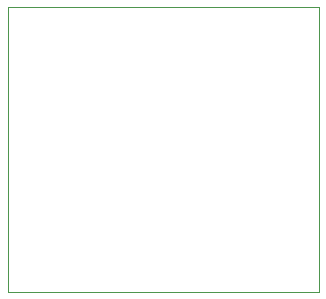
<source format=gtp>
G75*
%MOIN*%
%OFA0B0*%
%FSLAX24Y24*%
%IPPOS*%
%LPD*%
%AMOC8*
5,1,8,0,0,1.08239X$1,22.5*
%
%ADD10C,0.0000*%
D10*
X000100Y000100D02*
X000100Y009596D01*
X010470Y009596D01*
X010470Y000100D01*
X000100Y000100D01*
M02*

</source>
